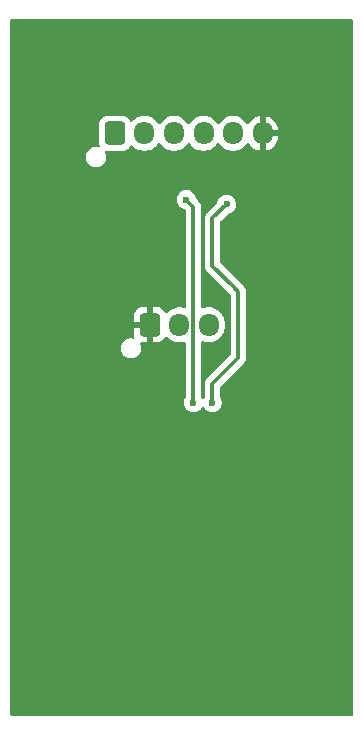
<source format=gbl>
%TF.GenerationSoftware,KiCad,Pcbnew,9.0.4*%
%TF.CreationDate,2025-10-04T14:06:53+04:00*%
%TF.ProjectId,handheld1_motion4sim_FO41AFC70E184,68616e64-6865-46c6-9431-5f6d6f74696f,rev?*%
%TF.SameCoordinates,Original*%
%TF.FileFunction,Copper,L2,Bot*%
%TF.FilePolarity,Positive*%
%FSLAX46Y46*%
G04 Gerber Fmt 4.6, Leading zero omitted, Abs format (unit mm)*
G04 Created by KiCad (PCBNEW 9.0.4) date 2025-10-04 14:06:53*
%MOMM*%
%LPD*%
G01*
G04 APERTURE LIST*
G04 Aperture macros list*
%AMRoundRect*
0 Rectangle with rounded corners*
0 $1 Rounding radius*
0 $2 $3 $4 $5 $6 $7 $8 $9 X,Y pos of 4 corners*
0 Add a 4 corners polygon primitive as box body*
4,1,4,$2,$3,$4,$5,$6,$7,$8,$9,$2,$3,0*
0 Add four circle primitives for the rounded corners*
1,1,$1+$1,$2,$3*
1,1,$1+$1,$4,$5*
1,1,$1+$1,$6,$7*
1,1,$1+$1,$8,$9*
0 Add four rect primitives between the rounded corners*
20,1,$1+$1,$2,$3,$4,$5,0*
20,1,$1+$1,$4,$5,$6,$7,0*
20,1,$1+$1,$6,$7,$8,$9,0*
20,1,$1+$1,$8,$9,$2,$3,0*%
G04 Aperture macros list end*
%TA.AperFunction,ComponentPad*%
%ADD10RoundRect,0.250000X-0.600000X-0.725000X0.600000X-0.725000X0.600000X0.725000X-0.600000X0.725000X0*%
%TD*%
%TA.AperFunction,ComponentPad*%
%ADD11O,1.700000X1.950000*%
%TD*%
%TA.AperFunction,ViaPad*%
%ADD12C,0.600000*%
%TD*%
%TA.AperFunction,Conductor*%
%ADD13C,0.300000*%
%TD*%
G04 APERTURE END LIST*
D10*
%TO.P,J3,1,Pin_1*%
%TO.N,ONLINE*%
X140750000Y-76000000D03*
D11*
%TO.P,J3,2,Pin_2*%
%TO.N,/R_cathode*%
X143250000Y-76000000D03*
%TO.P,J3,3,Pin_3*%
%TO.N,/G_cathode*%
X145750000Y-76000000D03*
%TO.P,J3,4,Pin_4*%
%TO.N,/Y_cathode*%
X148250000Y-76000000D03*
%TO.P,J3,5,Pin_5*%
%TO.N,VCC_5V0*%
X150750000Y-76000000D03*
%TO.P,J3,6,Pin_6*%
%TO.N,GND*%
X153250000Y-76000000D03*
%TD*%
D10*
%TO.P,J2,1,Pin_1*%
%TO.N,GND*%
X143700000Y-92200000D03*
D11*
%TO.P,J2,2,Pin_2*%
%TO.N,FAULTSTOP*%
X146200000Y-92200000D03*
%TO.P,J2,3,Pin_3*%
%TO.N,/E_NC*%
X148700000Y-92200000D03*
%TD*%
D12*
%TO.N,GND*%
X145000000Y-107600000D03*
X140000000Y-86000000D03*
X145300000Y-86100000D03*
X150500000Y-86100000D03*
%TO.N,LED_GREEN*%
X147400000Y-98800000D03*
X146800000Y-81600000D03*
%TO.N,LED_YELLOW*%
X150200000Y-82000000D03*
X149000000Y-98800000D03*
%TD*%
D13*
%TO.N,LED_GREEN*%
X147400000Y-82200000D02*
X146800000Y-81600000D01*
X147400000Y-98800000D02*
X147400000Y-82200000D01*
%TO.N,LED_YELLOW*%
X151200000Y-95000000D02*
X149000000Y-97200000D01*
X150800000Y-89000000D02*
X151200000Y-89400000D01*
X151200000Y-94600000D02*
X151200000Y-95000000D01*
X149000000Y-87200000D02*
X150800000Y-89000000D01*
X149000000Y-97200000D02*
X149000000Y-98800000D01*
X149000000Y-83200000D02*
X149000000Y-85200000D01*
X150200000Y-82000000D02*
X149000000Y-83200000D01*
X149000000Y-85200000D02*
X149000000Y-87200000D01*
X151200000Y-89400000D02*
X151200000Y-94600000D01*
%TD*%
%TA.AperFunction,Conductor*%
%TO.N,GND*%
G36*
X160842539Y-66320185D02*
G01*
X160888294Y-66372989D01*
X160899500Y-66424500D01*
X160899500Y-125175500D01*
X160879815Y-125242539D01*
X160827011Y-125288294D01*
X160775500Y-125299500D01*
X132024500Y-125299500D01*
X131957461Y-125279815D01*
X131911706Y-125227011D01*
X131900500Y-125175500D01*
X131900500Y-94116228D01*
X141249500Y-94116228D01*
X141249500Y-94283771D01*
X141282182Y-94448074D01*
X141282184Y-94448082D01*
X141346295Y-94602860D01*
X141439373Y-94742162D01*
X141557837Y-94860626D01*
X141650494Y-94922537D01*
X141697137Y-94953703D01*
X141851918Y-95017816D01*
X142016228Y-95050499D01*
X142016232Y-95050500D01*
X142016233Y-95050500D01*
X142183768Y-95050500D01*
X142183769Y-95050499D01*
X142348082Y-95017816D01*
X142502863Y-94953703D01*
X142642162Y-94860626D01*
X142760626Y-94742162D01*
X142853703Y-94602863D01*
X142917816Y-94448082D01*
X142950500Y-94283767D01*
X142950500Y-94116233D01*
X142917816Y-93951918D01*
X142871698Y-93840582D01*
X142864230Y-93771115D01*
X142895505Y-93708636D01*
X142955593Y-93672983D01*
X142998864Y-93669773D01*
X143050021Y-93674999D01*
X143449999Y-93674999D01*
X143450000Y-93674998D01*
X143450000Y-92604145D01*
X143516657Y-92642630D01*
X143637465Y-92675000D01*
X143762535Y-92675000D01*
X143883343Y-92642630D01*
X143950000Y-92604145D01*
X143950000Y-93674999D01*
X144349972Y-93674999D01*
X144349986Y-93674998D01*
X144452697Y-93664505D01*
X144619119Y-93609358D01*
X144619124Y-93609356D01*
X144768345Y-93517315D01*
X144892317Y-93393343D01*
X144987815Y-93238516D01*
X145039763Y-93191791D01*
X145108725Y-93180568D01*
X145172808Y-93208412D01*
X145181035Y-93215931D01*
X145320213Y-93355109D01*
X145492179Y-93480048D01*
X145492181Y-93480049D01*
X145492184Y-93480051D01*
X145681588Y-93576557D01*
X145883757Y-93642246D01*
X146093713Y-93675500D01*
X146093714Y-93675500D01*
X146306286Y-93675500D01*
X146306287Y-93675500D01*
X146516243Y-93642246D01*
X146587183Y-93619195D01*
X146657023Y-93617201D01*
X146716856Y-93653281D01*
X146747684Y-93715982D01*
X146749500Y-93737127D01*
X146749500Y-98295064D01*
X146729815Y-98362103D01*
X146728603Y-98363954D01*
X146690608Y-98420817D01*
X146690602Y-98420828D01*
X146630264Y-98566498D01*
X146630261Y-98566510D01*
X146599500Y-98721153D01*
X146599500Y-98878846D01*
X146630261Y-99033489D01*
X146630264Y-99033501D01*
X146690602Y-99179172D01*
X146690609Y-99179185D01*
X146778210Y-99310288D01*
X146778213Y-99310292D01*
X146889707Y-99421786D01*
X146889711Y-99421789D01*
X147020814Y-99509390D01*
X147020827Y-99509397D01*
X147166498Y-99569735D01*
X147166503Y-99569737D01*
X147321153Y-99600499D01*
X147321156Y-99600500D01*
X147321158Y-99600500D01*
X147478844Y-99600500D01*
X147478845Y-99600499D01*
X147633497Y-99569737D01*
X147779179Y-99509394D01*
X147910289Y-99421789D01*
X148021789Y-99310289D01*
X148096898Y-99197881D01*
X148150510Y-99153076D01*
X148219835Y-99144369D01*
X148282863Y-99174523D01*
X148303102Y-99197881D01*
X148378210Y-99310288D01*
X148378213Y-99310292D01*
X148489707Y-99421786D01*
X148489711Y-99421789D01*
X148620814Y-99509390D01*
X148620827Y-99509397D01*
X148766498Y-99569735D01*
X148766503Y-99569737D01*
X148921153Y-99600499D01*
X148921156Y-99600500D01*
X148921158Y-99600500D01*
X149078844Y-99600500D01*
X149078845Y-99600499D01*
X149233497Y-99569737D01*
X149379179Y-99509394D01*
X149510289Y-99421789D01*
X149621789Y-99310289D01*
X149709394Y-99179179D01*
X149769737Y-99033497D01*
X149800500Y-98878842D01*
X149800500Y-98721158D01*
X149800500Y-98721155D01*
X149800499Y-98721153D01*
X149769738Y-98566510D01*
X149769737Y-98566503D01*
X149709394Y-98420821D01*
X149671396Y-98363953D01*
X149650520Y-98297276D01*
X149650500Y-98295064D01*
X149650500Y-97520808D01*
X149670185Y-97453769D01*
X149686819Y-97433127D01*
X151705273Y-95414673D01*
X151705277Y-95414669D01*
X151776465Y-95308127D01*
X151825501Y-95189744D01*
X151842303Y-95105276D01*
X151850500Y-95064069D01*
X151850500Y-94535931D01*
X151850500Y-89335931D01*
X151850500Y-89335928D01*
X151825502Y-89210261D01*
X151825501Y-89210260D01*
X151825501Y-89210256D01*
X151776465Y-89091873D01*
X151776464Y-89091872D01*
X151776460Y-89091864D01*
X151757888Y-89064070D01*
X151757887Y-89064068D01*
X151705277Y-88985331D01*
X151705271Y-88985324D01*
X151214669Y-88494723D01*
X149686819Y-86966873D01*
X149653334Y-86905550D01*
X149650500Y-86879192D01*
X149650500Y-83520807D01*
X149670185Y-83453768D01*
X149686815Y-83433130D01*
X150302931Y-82817013D01*
X150364252Y-82783530D01*
X150366317Y-82783099D01*
X150433497Y-82769737D01*
X150579179Y-82709394D01*
X150710289Y-82621789D01*
X150821789Y-82510289D01*
X150909394Y-82379179D01*
X150969737Y-82233497D01*
X151000500Y-82078842D01*
X151000500Y-81921158D01*
X151000500Y-81921155D01*
X151000499Y-81921153D01*
X150969738Y-81766510D01*
X150969738Y-81766508D01*
X150969737Y-81766503D01*
X150940006Y-81694725D01*
X150909397Y-81620827D01*
X150909390Y-81620814D01*
X150821789Y-81489711D01*
X150821786Y-81489707D01*
X150710292Y-81378213D01*
X150710288Y-81378210D01*
X150579185Y-81290609D01*
X150579172Y-81290602D01*
X150433501Y-81230264D01*
X150433489Y-81230261D01*
X150278845Y-81199500D01*
X150278842Y-81199500D01*
X150121158Y-81199500D01*
X150121155Y-81199500D01*
X149966510Y-81230261D01*
X149966498Y-81230264D01*
X149820827Y-81290602D01*
X149820814Y-81290609D01*
X149689711Y-81378210D01*
X149689707Y-81378213D01*
X149578213Y-81489707D01*
X149578210Y-81489711D01*
X149490609Y-81620814D01*
X149490602Y-81620827D01*
X149430264Y-81766498D01*
X149430261Y-81766508D01*
X149416920Y-81833579D01*
X149384535Y-81895490D01*
X149382984Y-81897068D01*
X148494725Y-82785328D01*
X148494723Y-82785331D01*
X148484588Y-82800500D01*
X148484586Y-82800501D01*
X148484586Y-82800502D01*
X148423535Y-82891870D01*
X148374499Y-83010255D01*
X148374497Y-83010261D01*
X148349500Y-83135928D01*
X148349500Y-83135931D01*
X148349500Y-85135931D01*
X148349500Y-87264069D01*
X148349500Y-87264071D01*
X148349499Y-87264071D01*
X148374497Y-87389738D01*
X148374499Y-87389744D01*
X148423534Y-87508125D01*
X148494726Y-87614673D01*
X148494727Y-87614674D01*
X150294723Y-89414669D01*
X150513181Y-89633127D01*
X150546666Y-89694450D01*
X150549500Y-89720808D01*
X150549500Y-94679191D01*
X150529815Y-94746230D01*
X150513181Y-94766872D01*
X148494727Y-96785325D01*
X148494726Y-96785326D01*
X148423534Y-96891874D01*
X148374499Y-97010255D01*
X148374497Y-97010261D01*
X148349500Y-97135928D01*
X148349500Y-98295064D01*
X148344172Y-98313207D01*
X148343835Y-98332116D01*
X148330333Y-98360336D01*
X148329815Y-98362103D01*
X148328603Y-98363954D01*
X148303103Y-98402118D01*
X148249491Y-98446923D01*
X148180166Y-98455631D01*
X148117138Y-98425477D01*
X148096897Y-98402118D01*
X148071397Y-98363954D01*
X148050520Y-98297276D01*
X148050500Y-98295064D01*
X148050500Y-93704634D01*
X148070185Y-93637595D01*
X148122989Y-93591840D01*
X148192147Y-93581896D01*
X148212801Y-93586698D01*
X148383757Y-93642246D01*
X148593713Y-93675500D01*
X148593714Y-93675500D01*
X148806286Y-93675500D01*
X148806287Y-93675500D01*
X149016243Y-93642246D01*
X149218412Y-93576557D01*
X149407816Y-93480051D01*
X149454275Y-93446297D01*
X149579786Y-93355109D01*
X149579788Y-93355106D01*
X149579792Y-93355104D01*
X149730104Y-93204792D01*
X149730106Y-93204788D01*
X149730109Y-93204786D01*
X149855048Y-93032820D01*
X149855047Y-93032820D01*
X149855051Y-93032816D01*
X149951557Y-92843412D01*
X150017246Y-92641243D01*
X150050500Y-92431287D01*
X150050500Y-91968713D01*
X150017246Y-91758757D01*
X149951557Y-91556588D01*
X149855051Y-91367184D01*
X149855049Y-91367181D01*
X149855048Y-91367179D01*
X149730109Y-91195213D01*
X149579786Y-91044890D01*
X149407820Y-90919951D01*
X149218414Y-90823444D01*
X149218413Y-90823443D01*
X149218412Y-90823443D01*
X149016243Y-90757754D01*
X149016241Y-90757753D01*
X149016240Y-90757753D01*
X148840450Y-90729911D01*
X148806287Y-90724500D01*
X148593713Y-90724500D01*
X148559550Y-90729911D01*
X148383760Y-90757753D01*
X148383757Y-90757754D01*
X148212817Y-90813296D01*
X148142977Y-90815291D01*
X148083144Y-90779211D01*
X148052316Y-90716510D01*
X148050500Y-90695365D01*
X148050500Y-82135928D01*
X148025502Y-82010261D01*
X148025501Y-82010260D01*
X148025501Y-82010256D01*
X147976465Y-81891873D01*
X147976464Y-81891872D01*
X147976461Y-81891866D01*
X147905277Y-81785332D01*
X147886443Y-81766498D01*
X147814669Y-81694724D01*
X147617015Y-81497070D01*
X147583530Y-81435747D01*
X147583095Y-81433660D01*
X147569737Y-81366503D01*
X147538298Y-81290602D01*
X147509397Y-81220827D01*
X147509390Y-81220814D01*
X147421789Y-81089711D01*
X147421786Y-81089707D01*
X147310292Y-80978213D01*
X147310288Y-80978210D01*
X147179185Y-80890609D01*
X147179172Y-80890602D01*
X147033501Y-80830264D01*
X147033489Y-80830261D01*
X146878845Y-80799500D01*
X146878842Y-80799500D01*
X146721158Y-80799500D01*
X146721155Y-80799500D01*
X146566510Y-80830261D01*
X146566498Y-80830264D01*
X146420827Y-80890602D01*
X146420814Y-80890609D01*
X146289711Y-80978210D01*
X146289707Y-80978213D01*
X146178213Y-81089707D01*
X146178210Y-81089711D01*
X146090609Y-81220814D01*
X146090602Y-81220827D01*
X146030264Y-81366498D01*
X146030261Y-81366510D01*
X145999500Y-81521153D01*
X145999500Y-81678846D01*
X146030261Y-81833489D01*
X146030264Y-81833501D01*
X146090602Y-81979172D01*
X146090609Y-81979185D01*
X146178210Y-82110288D01*
X146178213Y-82110292D01*
X146289707Y-82221786D01*
X146289711Y-82221789D01*
X146420814Y-82309390D01*
X146420827Y-82309397D01*
X146508230Y-82345599D01*
X146566503Y-82369737D01*
X146633581Y-82383079D01*
X146650337Y-82391844D01*
X146668816Y-82395864D01*
X146693852Y-82414606D01*
X146695490Y-82415463D01*
X146697070Y-82417015D01*
X146713181Y-82433126D01*
X146746666Y-82494449D01*
X146749500Y-82520807D01*
X146749500Y-90662872D01*
X146729815Y-90729911D01*
X146677011Y-90775666D01*
X146607853Y-90785610D01*
X146587183Y-90780803D01*
X146516244Y-90757754D01*
X146516240Y-90757753D01*
X146340450Y-90729911D01*
X146306287Y-90724500D01*
X146093713Y-90724500D01*
X146059550Y-90729911D01*
X145883760Y-90757753D01*
X145681585Y-90823444D01*
X145492179Y-90919951D01*
X145320215Y-91044889D01*
X145181035Y-91184069D01*
X145119712Y-91217553D01*
X145050020Y-91212569D01*
X144994087Y-91170697D01*
X144987815Y-91161484D01*
X144892315Y-91006654D01*
X144768345Y-90882684D01*
X144619124Y-90790643D01*
X144619119Y-90790641D01*
X144452697Y-90735494D01*
X144452690Y-90735493D01*
X144349986Y-90725000D01*
X143950000Y-90725000D01*
X143950000Y-91795854D01*
X143883343Y-91757370D01*
X143762535Y-91725000D01*
X143637465Y-91725000D01*
X143516657Y-91757370D01*
X143450000Y-91795854D01*
X143450000Y-90725000D01*
X143050028Y-90725000D01*
X143050012Y-90725001D01*
X142947302Y-90735494D01*
X142780880Y-90790641D01*
X142780875Y-90790643D01*
X142631654Y-90882684D01*
X142507684Y-91006654D01*
X142415643Y-91155875D01*
X142415641Y-91155880D01*
X142360494Y-91322302D01*
X142360493Y-91322309D01*
X142350000Y-91425013D01*
X142350000Y-91950000D01*
X143295854Y-91950000D01*
X143257370Y-92016657D01*
X143225000Y-92137465D01*
X143225000Y-92262535D01*
X143257370Y-92383343D01*
X143295854Y-92450000D01*
X142350001Y-92450000D01*
X142350001Y-92974986D01*
X142360494Y-93077697D01*
X142402393Y-93204140D01*
X142404795Y-93273969D01*
X142369063Y-93334010D01*
X142306543Y-93365203D01*
X142260497Y-93364762D01*
X142208726Y-93354464D01*
X142183767Y-93349500D01*
X142016233Y-93349500D01*
X142016228Y-93349500D01*
X141851925Y-93382182D01*
X141851917Y-93382184D01*
X141697139Y-93446295D01*
X141557837Y-93539373D01*
X141439373Y-93657837D01*
X141346295Y-93797139D01*
X141282184Y-93951917D01*
X141282182Y-93951925D01*
X141249500Y-94116228D01*
X131900500Y-94116228D01*
X131900500Y-77916228D01*
X138299500Y-77916228D01*
X138299500Y-78083771D01*
X138332182Y-78248074D01*
X138332184Y-78248082D01*
X138396295Y-78402860D01*
X138489373Y-78542162D01*
X138607837Y-78660626D01*
X138700494Y-78722537D01*
X138747137Y-78753703D01*
X138901918Y-78817816D01*
X139066228Y-78850499D01*
X139066232Y-78850500D01*
X139066233Y-78850500D01*
X139233768Y-78850500D01*
X139233769Y-78850499D01*
X139398082Y-78817816D01*
X139552863Y-78753703D01*
X139692162Y-78660626D01*
X139810626Y-78542162D01*
X139903703Y-78402863D01*
X139967816Y-78248082D01*
X140000500Y-78083767D01*
X140000500Y-77916233D01*
X139967816Y-77751918D01*
X139921916Y-77641108D01*
X139914448Y-77571641D01*
X139945723Y-77509162D01*
X140005811Y-77473509D01*
X140049081Y-77470299D01*
X140052300Y-77470627D01*
X140099991Y-77475500D01*
X141400008Y-77475499D01*
X141502797Y-77464999D01*
X141669334Y-77409814D01*
X141818656Y-77317712D01*
X141942712Y-77193656D01*
X142034814Y-77044334D01*
X142034814Y-77044331D01*
X142038178Y-77038879D01*
X142090126Y-76992154D01*
X142159088Y-76980931D01*
X142223170Y-77008774D01*
X142231398Y-77016294D01*
X142370213Y-77155109D01*
X142542179Y-77280048D01*
X142542181Y-77280049D01*
X142542184Y-77280051D01*
X142731588Y-77376557D01*
X142933757Y-77442246D01*
X143143713Y-77475500D01*
X143143714Y-77475500D01*
X143356286Y-77475500D01*
X143356287Y-77475500D01*
X143566243Y-77442246D01*
X143768412Y-77376557D01*
X143957816Y-77280051D01*
X144004275Y-77246297D01*
X144129786Y-77155109D01*
X144129788Y-77155106D01*
X144129792Y-77155104D01*
X144280104Y-77004792D01*
X144399683Y-76840204D01*
X144455011Y-76797540D01*
X144524624Y-76791561D01*
X144586420Y-76824166D01*
X144600313Y-76840199D01*
X144702560Y-76980931D01*
X144719896Y-77004792D01*
X144870213Y-77155109D01*
X145042179Y-77280048D01*
X145042181Y-77280049D01*
X145042184Y-77280051D01*
X145231588Y-77376557D01*
X145433757Y-77442246D01*
X145643713Y-77475500D01*
X145643714Y-77475500D01*
X145856286Y-77475500D01*
X145856287Y-77475500D01*
X146066243Y-77442246D01*
X146268412Y-77376557D01*
X146457816Y-77280051D01*
X146504275Y-77246297D01*
X146629786Y-77155109D01*
X146629788Y-77155106D01*
X146629792Y-77155104D01*
X146780104Y-77004792D01*
X146899683Y-76840204D01*
X146955011Y-76797540D01*
X147024624Y-76791561D01*
X147086420Y-76824166D01*
X147100313Y-76840199D01*
X147202560Y-76980931D01*
X147219896Y-77004792D01*
X147370213Y-77155109D01*
X147542179Y-77280048D01*
X147542181Y-77280049D01*
X147542184Y-77280051D01*
X147731588Y-77376557D01*
X147933757Y-77442246D01*
X148143713Y-77475500D01*
X148143714Y-77475500D01*
X148356286Y-77475500D01*
X148356287Y-77475500D01*
X148566243Y-77442246D01*
X148768412Y-77376557D01*
X148957816Y-77280051D01*
X149004275Y-77246297D01*
X149129786Y-77155109D01*
X149129788Y-77155106D01*
X149129792Y-77155104D01*
X149280104Y-77004792D01*
X149399683Y-76840204D01*
X149455011Y-76797540D01*
X149524624Y-76791561D01*
X149586420Y-76824166D01*
X149600313Y-76840199D01*
X149702560Y-76980931D01*
X149719896Y-77004792D01*
X149870213Y-77155109D01*
X150042179Y-77280048D01*
X150042181Y-77280049D01*
X150042184Y-77280051D01*
X150231588Y-77376557D01*
X150433757Y-77442246D01*
X150643713Y-77475500D01*
X150643714Y-77475500D01*
X150856286Y-77475500D01*
X150856287Y-77475500D01*
X151066243Y-77442246D01*
X151268412Y-77376557D01*
X151457816Y-77280051D01*
X151504275Y-77246297D01*
X151629786Y-77155109D01*
X151629788Y-77155106D01*
X151629792Y-77155104D01*
X151780104Y-77004792D01*
X151899991Y-76839779D01*
X151955320Y-76797115D01*
X152024933Y-76791136D01*
X152086729Y-76823741D01*
X152100627Y-76839781D01*
X152220272Y-77004459D01*
X152220276Y-77004464D01*
X152370535Y-77154723D01*
X152370540Y-77154727D01*
X152542442Y-77279620D01*
X152731782Y-77376095D01*
X152933871Y-77441757D01*
X153000000Y-77452231D01*
X153000000Y-76404145D01*
X153066657Y-76442630D01*
X153187465Y-76475000D01*
X153312535Y-76475000D01*
X153433343Y-76442630D01*
X153500000Y-76404145D01*
X153500000Y-77452230D01*
X153566126Y-77441757D01*
X153566129Y-77441757D01*
X153768217Y-77376095D01*
X153957557Y-77279620D01*
X154129459Y-77154727D01*
X154129464Y-77154723D01*
X154279723Y-77004464D01*
X154279727Y-77004459D01*
X154404620Y-76832557D01*
X154501095Y-76643217D01*
X154566757Y-76441130D01*
X154566757Y-76441127D01*
X154597030Y-76250000D01*
X153654146Y-76250000D01*
X153692630Y-76183343D01*
X153725000Y-76062535D01*
X153725000Y-75937465D01*
X153692630Y-75816657D01*
X153654146Y-75750000D01*
X154597030Y-75750000D01*
X154566757Y-75558872D01*
X154566757Y-75558869D01*
X154501095Y-75356782D01*
X154404620Y-75167442D01*
X154279727Y-74995540D01*
X154279723Y-74995535D01*
X154129464Y-74845276D01*
X154129459Y-74845272D01*
X153957557Y-74720379D01*
X153768215Y-74623903D01*
X153566124Y-74558241D01*
X153500000Y-74547768D01*
X153500000Y-75595854D01*
X153433343Y-75557370D01*
X153312535Y-75525000D01*
X153187465Y-75525000D01*
X153066657Y-75557370D01*
X153000000Y-75595854D01*
X153000000Y-74547768D01*
X152999999Y-74547768D01*
X152933875Y-74558241D01*
X152731784Y-74623903D01*
X152542442Y-74720379D01*
X152370540Y-74845272D01*
X152370535Y-74845276D01*
X152220276Y-74995535D01*
X152220272Y-74995540D01*
X152100627Y-75160218D01*
X152045297Y-75202884D01*
X151975684Y-75208863D01*
X151913889Y-75176257D01*
X151899991Y-75160218D01*
X151780109Y-74995214D01*
X151780105Y-74995209D01*
X151629786Y-74844890D01*
X151457820Y-74719951D01*
X151268414Y-74623444D01*
X151268413Y-74623443D01*
X151268412Y-74623443D01*
X151066243Y-74557754D01*
X151066241Y-74557753D01*
X151066240Y-74557753D01*
X150904957Y-74532208D01*
X150856287Y-74524500D01*
X150643713Y-74524500D01*
X150595042Y-74532208D01*
X150433760Y-74557753D01*
X150231585Y-74623444D01*
X150042179Y-74719951D01*
X149870213Y-74844890D01*
X149719894Y-74995209D01*
X149719890Y-74995214D01*
X149600318Y-75159793D01*
X149544989Y-75202459D01*
X149475375Y-75208438D01*
X149413580Y-75175833D01*
X149399682Y-75159793D01*
X149280109Y-74995214D01*
X149280105Y-74995209D01*
X149129786Y-74844890D01*
X148957820Y-74719951D01*
X148768414Y-74623444D01*
X148768413Y-74623443D01*
X148768412Y-74623443D01*
X148566243Y-74557754D01*
X148566241Y-74557753D01*
X148566240Y-74557753D01*
X148404957Y-74532208D01*
X148356287Y-74524500D01*
X148143713Y-74524500D01*
X148095042Y-74532208D01*
X147933760Y-74557753D01*
X147731585Y-74623444D01*
X147542179Y-74719951D01*
X147370213Y-74844890D01*
X147219894Y-74995209D01*
X147219890Y-74995214D01*
X147100318Y-75159793D01*
X147044989Y-75202459D01*
X146975375Y-75208438D01*
X146913580Y-75175833D01*
X146899682Y-75159793D01*
X146780109Y-74995214D01*
X146780105Y-74995209D01*
X146629786Y-74844890D01*
X146457820Y-74719951D01*
X146268414Y-74623444D01*
X146268413Y-74623443D01*
X146268412Y-74623443D01*
X146066243Y-74557754D01*
X146066241Y-74557753D01*
X146066240Y-74557753D01*
X145904957Y-74532208D01*
X145856287Y-74524500D01*
X145643713Y-74524500D01*
X145595042Y-74532208D01*
X145433760Y-74557753D01*
X145231585Y-74623444D01*
X145042179Y-74719951D01*
X144870213Y-74844890D01*
X144719894Y-74995209D01*
X144719890Y-74995214D01*
X144600318Y-75159793D01*
X144544989Y-75202459D01*
X144475375Y-75208438D01*
X144413580Y-75175833D01*
X144399682Y-75159793D01*
X144280109Y-74995214D01*
X144280105Y-74995209D01*
X144129786Y-74844890D01*
X143957820Y-74719951D01*
X143768414Y-74623444D01*
X143768413Y-74623443D01*
X143768412Y-74623443D01*
X143566243Y-74557754D01*
X143566241Y-74557753D01*
X143566240Y-74557753D01*
X143404957Y-74532208D01*
X143356287Y-74524500D01*
X143143713Y-74524500D01*
X143095042Y-74532208D01*
X142933760Y-74557753D01*
X142731585Y-74623444D01*
X142542179Y-74719951D01*
X142370215Y-74844889D01*
X142231398Y-74983706D01*
X142170075Y-75017190D01*
X142100383Y-75012206D01*
X142044450Y-74970334D01*
X142038178Y-74961120D01*
X141942712Y-74806344D01*
X141818657Y-74682289D01*
X141818656Y-74682288D01*
X141669334Y-74590186D01*
X141502797Y-74535001D01*
X141502795Y-74535000D01*
X141400010Y-74524500D01*
X140099998Y-74524500D01*
X140099981Y-74524501D01*
X139997203Y-74535000D01*
X139997200Y-74535001D01*
X139830668Y-74590185D01*
X139830663Y-74590187D01*
X139681342Y-74682289D01*
X139557289Y-74806342D01*
X139465187Y-74955663D01*
X139465185Y-74955668D01*
X139460325Y-74970334D01*
X139410001Y-75122203D01*
X139410001Y-75122204D01*
X139410000Y-75122204D01*
X139399500Y-75224983D01*
X139399500Y-76775001D01*
X139399501Y-76775018D01*
X139410000Y-76877796D01*
X139410001Y-76877799D01*
X139451830Y-77004028D01*
X139454232Y-77073856D01*
X139418500Y-77133898D01*
X139355980Y-77165091D01*
X139309934Y-77164650D01*
X139258015Y-77154323D01*
X139233767Y-77149500D01*
X139066233Y-77149500D01*
X139066228Y-77149500D01*
X138901925Y-77182182D01*
X138901917Y-77182184D01*
X138747139Y-77246295D01*
X138607837Y-77339373D01*
X138489373Y-77457837D01*
X138396295Y-77597139D01*
X138332184Y-77751917D01*
X138332182Y-77751925D01*
X138299500Y-77916228D01*
X131900500Y-77916228D01*
X131900500Y-66424500D01*
X131920185Y-66357461D01*
X131972989Y-66311706D01*
X132024500Y-66300500D01*
X160775500Y-66300500D01*
X160842539Y-66320185D01*
G37*
%TD.AperFunction*%
%TD*%
M02*

</source>
